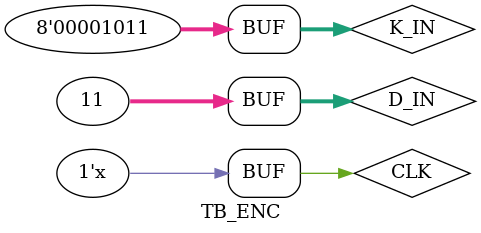
<source format=v>
`timescale 1ns / 1ps


module TB_ENC;

	// Inputs
	reg [31:0] D_IN;
	reg [7:0] K_IN;
	reg CLK;

	// Outputs
	wire [31:0] D_OUT;

	// Instantiate the Unit Under Test (UUT)
	ENC uut (
		.D_IN(D_IN), 
		.K_IN(K_IN), 
		.CLK(CLK), 
		.D_OUT(D_OUT)
	);

	initial begin
		// Initialize Inputs
		D_IN = 0;
		K_IN = 0;
		CLK = 0;

		// Wait 100 ns for global reset to finish
		#2;
      D_IN = 1;
		K_IN = 1;
		#2;
      D_IN = 2;
		K_IN = 2;
		#2;
      D_IN = 3;
		K_IN = 3;
		#2;
      D_IN = 4;
		K_IN = 4;
		#2;
      D_IN = 5;
		K_IN = 5;
		#2;
      D_IN = 6;
		K_IN = 6;
		#2;
      D_IN = 7;
		K_IN = 7;
		#2;
      D_IN = 8;
		K_IN = 8;
		#2;
      D_IN = 9;
		K_IN = 9;
		#2;
      D_IN = 10;
		K_IN = 10;
		#2;
      D_IN = 11;
		K_IN = 11;
		// Add stimulus here
	end
	
	always #1 CLK = !CLK;
      
endmodule


</source>
